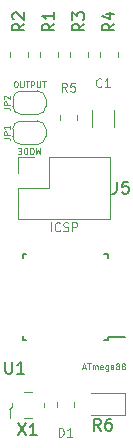
<source format=gto>
G04 #@! TF.GenerationSoftware,KiCad,Pcbnew,5.1.9+dfsg1-1*
G04 #@! TF.CreationDate,2021-03-03T15:22:06-06:00*
G04 #@! TF.ProjectId,Nano SwinSIDb,4e616e6f-2053-4776-996e-534944622e6b,rev?*
G04 #@! TF.SameCoordinates,Original*
G04 #@! TF.FileFunction,Legend,Top*
G04 #@! TF.FilePolarity,Positive*
%FSLAX46Y46*%
G04 Gerber Fmt 4.6, Leading zero omitted, Abs format (unit mm)*
G04 Created by KiCad (PCBNEW 5.1.9+dfsg1-1) date 2021-03-03 15:22:06*
%MOMM*%
%LPD*%
G01*
G04 APERTURE LIST*
%ADD10C,0.112500*%
%ADD11C,0.100000*%
%ADD12C,0.120000*%
%ADD13C,0.150000*%
%ADD14C,0.075000*%
G04 APERTURE END LIST*
D10*
X101762857Y-98764285D02*
X101762857Y-98014285D01*
X102548571Y-98692857D02*
X102512857Y-98728571D01*
X102405714Y-98764285D01*
X102334285Y-98764285D01*
X102227142Y-98728571D01*
X102155714Y-98657142D01*
X102120000Y-98585714D01*
X102084285Y-98442857D01*
X102084285Y-98335714D01*
X102120000Y-98192857D01*
X102155714Y-98121428D01*
X102227142Y-98050000D01*
X102334285Y-98014285D01*
X102405714Y-98014285D01*
X102512857Y-98050000D01*
X102548571Y-98085714D01*
X102834285Y-98728571D02*
X102941428Y-98764285D01*
X103120000Y-98764285D01*
X103191428Y-98728571D01*
X103227142Y-98692857D01*
X103262857Y-98621428D01*
X103262857Y-98550000D01*
X103227142Y-98478571D01*
X103191428Y-98442857D01*
X103120000Y-98407142D01*
X102977142Y-98371428D01*
X102905714Y-98335714D01*
X102870000Y-98300000D01*
X102834285Y-98228571D01*
X102834285Y-98157142D01*
X102870000Y-98085714D01*
X102905714Y-98050000D01*
X102977142Y-98014285D01*
X103155714Y-98014285D01*
X103262857Y-98050000D01*
X103584285Y-98764285D02*
X103584285Y-98014285D01*
X103870000Y-98014285D01*
X103941428Y-98050000D01*
X103977142Y-98085714D01*
X104012857Y-98157142D01*
X104012857Y-98264285D01*
X103977142Y-98335714D01*
X103941428Y-98371428D01*
X103870000Y-98407142D01*
X103584285Y-98407142D01*
D11*
X104472333Y-110319333D02*
X104710428Y-110319333D01*
X104424714Y-110462190D02*
X104591380Y-109962190D01*
X104758047Y-110462190D01*
X104853285Y-109962190D02*
X105139000Y-109962190D01*
X104996142Y-110462190D02*
X104996142Y-109962190D01*
X105305666Y-110462190D02*
X105305666Y-110128857D01*
X105305666Y-110176476D02*
X105329476Y-110152666D01*
X105377095Y-110128857D01*
X105448523Y-110128857D01*
X105496142Y-110152666D01*
X105519952Y-110200285D01*
X105519952Y-110462190D01*
X105519952Y-110200285D02*
X105543761Y-110152666D01*
X105591380Y-110128857D01*
X105662809Y-110128857D01*
X105710428Y-110152666D01*
X105734238Y-110200285D01*
X105734238Y-110462190D01*
X106162809Y-110438380D02*
X106115190Y-110462190D01*
X106019952Y-110462190D01*
X105972333Y-110438380D01*
X105948523Y-110390761D01*
X105948523Y-110200285D01*
X105972333Y-110152666D01*
X106019952Y-110128857D01*
X106115190Y-110128857D01*
X106162809Y-110152666D01*
X106186619Y-110200285D01*
X106186619Y-110247904D01*
X105948523Y-110295523D01*
X106615190Y-110128857D02*
X106615190Y-110533619D01*
X106591380Y-110581238D01*
X106567571Y-110605047D01*
X106519952Y-110628857D01*
X106448523Y-110628857D01*
X106400904Y-110605047D01*
X106615190Y-110438380D02*
X106567571Y-110462190D01*
X106472333Y-110462190D01*
X106424714Y-110438380D01*
X106400904Y-110414571D01*
X106377095Y-110366952D01*
X106377095Y-110224095D01*
X106400904Y-110176476D01*
X106424714Y-110152666D01*
X106472333Y-110128857D01*
X106567571Y-110128857D01*
X106615190Y-110152666D01*
X107067571Y-110462190D02*
X107067571Y-110200285D01*
X107043761Y-110152666D01*
X106996142Y-110128857D01*
X106900904Y-110128857D01*
X106853285Y-110152666D01*
X107067571Y-110438380D02*
X107019952Y-110462190D01*
X106900904Y-110462190D01*
X106853285Y-110438380D01*
X106829476Y-110390761D01*
X106829476Y-110343142D01*
X106853285Y-110295523D01*
X106900904Y-110271714D01*
X107019952Y-110271714D01*
X107067571Y-110247904D01*
X107377095Y-110176476D02*
X107329476Y-110152666D01*
X107305666Y-110128857D01*
X107281857Y-110081238D01*
X107281857Y-110057428D01*
X107305666Y-110009809D01*
X107329476Y-109986000D01*
X107377095Y-109962190D01*
X107472333Y-109962190D01*
X107519952Y-109986000D01*
X107543761Y-110009809D01*
X107567571Y-110057428D01*
X107567571Y-110081238D01*
X107543761Y-110128857D01*
X107519952Y-110152666D01*
X107472333Y-110176476D01*
X107377095Y-110176476D01*
X107329476Y-110200285D01*
X107305666Y-110224095D01*
X107281857Y-110271714D01*
X107281857Y-110366952D01*
X107305666Y-110414571D01*
X107329476Y-110438380D01*
X107377095Y-110462190D01*
X107472333Y-110462190D01*
X107519952Y-110438380D01*
X107543761Y-110414571D01*
X107567571Y-110366952D01*
X107567571Y-110271714D01*
X107543761Y-110224095D01*
X107519952Y-110200285D01*
X107472333Y-110176476D01*
X107853285Y-110176476D02*
X107805666Y-110152666D01*
X107781857Y-110128857D01*
X107758047Y-110081238D01*
X107758047Y-110057428D01*
X107781857Y-110009809D01*
X107805666Y-109986000D01*
X107853285Y-109962190D01*
X107948523Y-109962190D01*
X107996142Y-109986000D01*
X108019952Y-110009809D01*
X108043761Y-110057428D01*
X108043761Y-110081238D01*
X108019952Y-110128857D01*
X107996142Y-110152666D01*
X107948523Y-110176476D01*
X107853285Y-110176476D01*
X107805666Y-110200285D01*
X107781857Y-110224095D01*
X107758047Y-110271714D01*
X107758047Y-110366952D01*
X107781857Y-110414571D01*
X107805666Y-110438380D01*
X107853285Y-110462190D01*
X107948523Y-110462190D01*
X107996142Y-110438380D01*
X108019952Y-110414571D01*
X108043761Y-110366952D01*
X108043761Y-110271714D01*
X108019952Y-110224095D01*
X107996142Y-110200285D01*
X107948523Y-110176476D01*
X100853761Y-91721809D02*
X100853761Y-92221809D01*
X100687095Y-91864666D01*
X100520428Y-92221809D01*
X100520428Y-91721809D01*
X100187095Y-92221809D02*
X100091857Y-92221809D01*
X100044238Y-92198000D01*
X99996619Y-92150380D01*
X99972809Y-92055142D01*
X99972809Y-91888476D01*
X99996619Y-91793238D01*
X100044238Y-91745619D01*
X100091857Y-91721809D01*
X100187095Y-91721809D01*
X100234714Y-91745619D01*
X100282333Y-91793238D01*
X100306142Y-91888476D01*
X100306142Y-92055142D01*
X100282333Y-92150380D01*
X100234714Y-92198000D01*
X100187095Y-92221809D01*
X99758523Y-91721809D02*
X99758523Y-92221809D01*
X99639476Y-92221809D01*
X99568047Y-92198000D01*
X99520428Y-92150380D01*
X99496619Y-92102761D01*
X99472809Y-92007523D01*
X99472809Y-91936095D01*
X99496619Y-91840857D01*
X99520428Y-91793238D01*
X99568047Y-91745619D01*
X99639476Y-91721809D01*
X99758523Y-91721809D01*
X99258523Y-91983714D02*
X99091857Y-91983714D01*
X99020428Y-91721809D02*
X99258523Y-91721809D01*
X99258523Y-92221809D01*
X99020428Y-92221809D01*
X98746619Y-86086190D02*
X98841857Y-86086190D01*
X98889476Y-86110000D01*
X98937095Y-86157619D01*
X98960904Y-86252857D01*
X98960904Y-86419523D01*
X98937095Y-86514761D01*
X98889476Y-86562380D01*
X98841857Y-86586190D01*
X98746619Y-86586190D01*
X98699000Y-86562380D01*
X98651380Y-86514761D01*
X98627571Y-86419523D01*
X98627571Y-86252857D01*
X98651380Y-86157619D01*
X98699000Y-86110000D01*
X98746619Y-86086190D01*
X99175190Y-86086190D02*
X99175190Y-86490952D01*
X99199000Y-86538571D01*
X99222809Y-86562380D01*
X99270428Y-86586190D01*
X99365666Y-86586190D01*
X99413285Y-86562380D01*
X99437095Y-86538571D01*
X99460904Y-86490952D01*
X99460904Y-86086190D01*
X99627571Y-86086190D02*
X99913285Y-86086190D01*
X99770428Y-86586190D02*
X99770428Y-86086190D01*
X100079952Y-86586190D02*
X100079952Y-86086190D01*
X100270428Y-86086190D01*
X100318047Y-86110000D01*
X100341857Y-86133809D01*
X100365666Y-86181428D01*
X100365666Y-86252857D01*
X100341857Y-86300476D01*
X100318047Y-86324285D01*
X100270428Y-86348095D01*
X100079952Y-86348095D01*
X100579952Y-86086190D02*
X100579952Y-86490952D01*
X100603761Y-86538571D01*
X100627571Y-86562380D01*
X100675190Y-86586190D01*
X100770428Y-86586190D01*
X100818047Y-86562380D01*
X100841857Y-86538571D01*
X100865666Y-86490952D01*
X100865666Y-86086190D01*
X101032333Y-86086190D02*
X101318047Y-86086190D01*
X101175190Y-86586190D02*
X101175190Y-86086190D01*
D12*
X98298000Y-113881000D02*
X98298000Y-114571000D01*
X100178000Y-114611000D02*
X99538000Y-114611000D01*
X100178000Y-112391000D02*
X99538000Y-112391000D01*
X98498000Y-113661000D02*
X98498000Y-113331000D01*
X101218000Y-113671000D02*
X101218000Y-113331000D01*
X98298000Y-113881000D02*
G75*
G02*
X98498000Y-113661000I320000J-90000D01*
G01*
D13*
X106622000Y-107726000D02*
X108047000Y-107726000D01*
X99372000Y-107951000D02*
X99697000Y-107951000D01*
X99372000Y-100701000D02*
X99697000Y-100701000D01*
X106622000Y-100701000D02*
X106297000Y-100701000D01*
X106622000Y-107951000D02*
X106297000Y-107951000D01*
X106622000Y-100701000D02*
X106622000Y-101026000D01*
X99372000Y-100701000D02*
X99372000Y-101026000D01*
X99372000Y-107951000D02*
X99372000Y-107626000D01*
X106622000Y-107951000D02*
X106622000Y-107726000D01*
D12*
X102262000Y-113654064D02*
X102262000Y-113199936D01*
X103732000Y-113654064D02*
X103732000Y-113199936D01*
X98549000Y-88184000D02*
X98549000Y-87584000D01*
X100649000Y-88884000D02*
X99249000Y-88884000D01*
X101349000Y-87584000D02*
X101349000Y-88184000D01*
X99249000Y-86884000D02*
X100649000Y-86884000D01*
X100649000Y-86884000D02*
G75*
G02*
X101349000Y-87584000I0J-700000D01*
G01*
X101349000Y-88184000D02*
G75*
G02*
X100649000Y-88884000I-700000J0D01*
G01*
X99249000Y-88884000D02*
G75*
G02*
X98549000Y-88184000I0J700000D01*
G01*
X98549000Y-87584000D02*
G75*
G02*
X99249000Y-86884000I700000J0D01*
G01*
X99000000Y-93853000D02*
X99000000Y-92523000D01*
X99000000Y-92523000D02*
X100330000Y-92523000D01*
X99000000Y-95123000D02*
X101600000Y-95123000D01*
X101600000Y-95123000D02*
X101600000Y-92523000D01*
X101600000Y-92523000D02*
X106740000Y-92523000D01*
X106740000Y-97723000D02*
X106740000Y-92523000D01*
X99000000Y-97723000D02*
X106740000Y-97723000D01*
X99000000Y-97723000D02*
X99000000Y-95123000D01*
X102516000Y-89365064D02*
X102516000Y-88910936D01*
X103986000Y-89365064D02*
X103986000Y-88910936D01*
X107415000Y-83592936D02*
X107415000Y-84047064D01*
X105945000Y-83592936D02*
X105945000Y-84047064D01*
X104875000Y-84047064D02*
X104875000Y-83592936D01*
X103405000Y-84047064D02*
X103405000Y-83592936D01*
X99795000Y-83576936D02*
X99795000Y-84031064D01*
X98325000Y-83576936D02*
X98325000Y-84031064D01*
X99234000Y-89424000D02*
X100634000Y-89424000D01*
X101334000Y-90124000D02*
X101334000Y-90724000D01*
X100634000Y-91424000D02*
X99234000Y-91424000D01*
X98534000Y-90724000D02*
X98534000Y-90124000D01*
X98534000Y-90124000D02*
G75*
G02*
X99234000Y-89424000I700000J0D01*
G01*
X99234000Y-91424000D02*
G75*
G02*
X98534000Y-90724000I0J700000D01*
G01*
X101334000Y-90724000D02*
G75*
G02*
X100634000Y-91424000I-700000J0D01*
G01*
X100634000Y-89424000D02*
G75*
G02*
X101334000Y-90124000I0J-700000D01*
G01*
X108023000Y-112451000D02*
X105163000Y-112451000D01*
X108023000Y-114371000D02*
X108023000Y-112451000D01*
X105163000Y-114371000D02*
X108023000Y-114371000D01*
X105262000Y-88481248D02*
X105262000Y-89903752D01*
X107082000Y-88481248D02*
X107082000Y-89903752D01*
X102335000Y-84047064D02*
X102335000Y-83592936D01*
X100865000Y-84047064D02*
X100865000Y-83592936D01*
D13*
X99012476Y-115022380D02*
X99679142Y-116022380D01*
X99679142Y-115022380D02*
X99012476Y-116022380D01*
X100583904Y-116022380D02*
X100012476Y-116022380D01*
X100298190Y-116022380D02*
X100298190Y-115022380D01*
X100202952Y-115165238D01*
X100107714Y-115260476D01*
X100012476Y-115308095D01*
X97917095Y-109815380D02*
X97917095Y-110624904D01*
X97964714Y-110720142D01*
X98012333Y-110767761D01*
X98107571Y-110815380D01*
X98298047Y-110815380D01*
X98393285Y-110767761D01*
X98440904Y-110720142D01*
X98488523Y-110624904D01*
X98488523Y-109815380D01*
X99488523Y-110815380D02*
X98917095Y-110815380D01*
X99202809Y-110815380D02*
X99202809Y-109815380D01*
X99107571Y-109958238D01*
X99012333Y-110053476D01*
X98917095Y-110101095D01*
D10*
X102443428Y-116163285D02*
X102443428Y-115413285D01*
X102622000Y-115413285D01*
X102729142Y-115449000D01*
X102800571Y-115520428D01*
X102836285Y-115591857D01*
X102872000Y-115734714D01*
X102872000Y-115841857D01*
X102836285Y-115984714D01*
X102800571Y-116056142D01*
X102729142Y-116127571D01*
X102622000Y-116163285D01*
X102443428Y-116163285D01*
X103586285Y-116163285D02*
X103157714Y-116163285D01*
X103372000Y-116163285D02*
X103372000Y-115413285D01*
X103300571Y-115520428D01*
X103229142Y-115591857D01*
X103157714Y-115627571D01*
D14*
X97770190Y-88300666D02*
X98127333Y-88300666D01*
X98198761Y-88324476D01*
X98246380Y-88372095D01*
X98270190Y-88443523D01*
X98270190Y-88491142D01*
X98270190Y-88062571D02*
X97770190Y-88062571D01*
X97770190Y-87872095D01*
X97794000Y-87824476D01*
X97817809Y-87800666D01*
X97865428Y-87776857D01*
X97936857Y-87776857D01*
X97984476Y-87800666D01*
X98008285Y-87824476D01*
X98032095Y-87872095D01*
X98032095Y-88062571D01*
X97817809Y-87586380D02*
X97794000Y-87562571D01*
X97770190Y-87514952D01*
X97770190Y-87395904D01*
X97794000Y-87348285D01*
X97817809Y-87324476D01*
X97865428Y-87300666D01*
X97913047Y-87300666D01*
X97984476Y-87324476D01*
X98270190Y-87610190D01*
X98270190Y-87300666D01*
D13*
X107362666Y-94575380D02*
X107362666Y-95289666D01*
X107315047Y-95432523D01*
X107219809Y-95527761D01*
X107076952Y-95575380D01*
X106981714Y-95575380D01*
X108315047Y-94575380D02*
X107838857Y-94575380D01*
X107791238Y-95051571D01*
X107838857Y-95003952D01*
X107934095Y-94956333D01*
X108172190Y-94956333D01*
X108267428Y-95003952D01*
X108315047Y-95051571D01*
X108362666Y-95146809D01*
X108362666Y-95384904D01*
X108315047Y-95480142D01*
X108267428Y-95527761D01*
X108172190Y-95575380D01*
X107934095Y-95575380D01*
X107838857Y-95527761D01*
X107791238Y-95480142D01*
D10*
X103126000Y-86953285D02*
X102876000Y-86596142D01*
X102697428Y-86953285D02*
X102697428Y-86203285D01*
X102983142Y-86203285D01*
X103054571Y-86239000D01*
X103090285Y-86274714D01*
X103126000Y-86346142D01*
X103126000Y-86453285D01*
X103090285Y-86524714D01*
X103054571Y-86560428D01*
X102983142Y-86596142D01*
X102697428Y-86596142D01*
X103804571Y-86203285D02*
X103447428Y-86203285D01*
X103411714Y-86560428D01*
X103447428Y-86524714D01*
X103518857Y-86489000D01*
X103697428Y-86489000D01*
X103768857Y-86524714D01*
X103804571Y-86560428D01*
X103840285Y-86631857D01*
X103840285Y-86810428D01*
X103804571Y-86881857D01*
X103768857Y-86917571D01*
X103697428Y-86953285D01*
X103518857Y-86953285D01*
X103447428Y-86917571D01*
X103411714Y-86881857D01*
D13*
X107132380Y-81192666D02*
X106656190Y-81526000D01*
X107132380Y-81764095D02*
X106132380Y-81764095D01*
X106132380Y-81383142D01*
X106180000Y-81287904D01*
X106227619Y-81240285D01*
X106322857Y-81192666D01*
X106465714Y-81192666D01*
X106560952Y-81240285D01*
X106608571Y-81287904D01*
X106656190Y-81383142D01*
X106656190Y-81764095D01*
X106465714Y-80335523D02*
X107132380Y-80335523D01*
X106084761Y-80573619D02*
X106799047Y-80811714D01*
X106799047Y-80192666D01*
X104592380Y-81192666D02*
X104116190Y-81526000D01*
X104592380Y-81764095D02*
X103592380Y-81764095D01*
X103592380Y-81383142D01*
X103640000Y-81287904D01*
X103687619Y-81240285D01*
X103782857Y-81192666D01*
X103925714Y-81192666D01*
X104020952Y-81240285D01*
X104068571Y-81287904D01*
X104116190Y-81383142D01*
X104116190Y-81764095D01*
X103592380Y-80859333D02*
X103592380Y-80240285D01*
X103973333Y-80573619D01*
X103973333Y-80430761D01*
X104020952Y-80335523D01*
X104068571Y-80287904D01*
X104163809Y-80240285D01*
X104401904Y-80240285D01*
X104497142Y-80287904D01*
X104544761Y-80335523D01*
X104592380Y-80430761D01*
X104592380Y-80716476D01*
X104544761Y-80811714D01*
X104497142Y-80859333D01*
X99512380Y-81192666D02*
X99036190Y-81526000D01*
X99512380Y-81764095D02*
X98512380Y-81764095D01*
X98512380Y-81383142D01*
X98560000Y-81287904D01*
X98607619Y-81240285D01*
X98702857Y-81192666D01*
X98845714Y-81192666D01*
X98940952Y-81240285D01*
X98988571Y-81287904D01*
X99036190Y-81383142D01*
X99036190Y-81764095D01*
X98607619Y-80811714D02*
X98560000Y-80764095D01*
X98512380Y-80668857D01*
X98512380Y-80430761D01*
X98560000Y-80335523D01*
X98607619Y-80287904D01*
X98702857Y-80240285D01*
X98798095Y-80240285D01*
X98940952Y-80287904D01*
X99512380Y-80859333D01*
X99512380Y-80240285D01*
D14*
X97770190Y-90840666D02*
X98127333Y-90840666D01*
X98198761Y-90864476D01*
X98246380Y-90912095D01*
X98270190Y-90983523D01*
X98270190Y-91031142D01*
X98270190Y-90602571D02*
X97770190Y-90602571D01*
X97770190Y-90412095D01*
X97794000Y-90364476D01*
X97817809Y-90340666D01*
X97865428Y-90316857D01*
X97936857Y-90316857D01*
X97984476Y-90340666D01*
X98008285Y-90364476D01*
X98032095Y-90412095D01*
X98032095Y-90602571D01*
X98270190Y-89840666D02*
X98270190Y-90126380D01*
X98270190Y-89983523D02*
X97770190Y-89983523D01*
X97841619Y-90031142D01*
X97889238Y-90078761D01*
X97913047Y-90126380D01*
D13*
X105996333Y-115641380D02*
X105663000Y-115165190D01*
X105424904Y-115641380D02*
X105424904Y-114641380D01*
X105805857Y-114641380D01*
X105901095Y-114689000D01*
X105948714Y-114736619D01*
X105996333Y-114831857D01*
X105996333Y-114974714D01*
X105948714Y-115069952D01*
X105901095Y-115117571D01*
X105805857Y-115165190D01*
X105424904Y-115165190D01*
X106853476Y-114641380D02*
X106663000Y-114641380D01*
X106567761Y-114689000D01*
X106520142Y-114736619D01*
X106424904Y-114879476D01*
X106377285Y-115069952D01*
X106377285Y-115450904D01*
X106424904Y-115546142D01*
X106472523Y-115593761D01*
X106567761Y-115641380D01*
X106758238Y-115641380D01*
X106853476Y-115593761D01*
X106901095Y-115546142D01*
X106948714Y-115450904D01*
X106948714Y-115212809D01*
X106901095Y-115117571D01*
X106853476Y-115069952D01*
X106758238Y-115022333D01*
X106567761Y-115022333D01*
X106472523Y-115069952D01*
X106424904Y-115117571D01*
X106377285Y-115212809D01*
D10*
X106047000Y-86500857D02*
X106011285Y-86536571D01*
X105904142Y-86572285D01*
X105832714Y-86572285D01*
X105725571Y-86536571D01*
X105654142Y-86465142D01*
X105618428Y-86393714D01*
X105582714Y-86250857D01*
X105582714Y-86143714D01*
X105618428Y-86000857D01*
X105654142Y-85929428D01*
X105725571Y-85858000D01*
X105832714Y-85822285D01*
X105904142Y-85822285D01*
X106011285Y-85858000D01*
X106047000Y-85893714D01*
X106761285Y-86572285D02*
X106332714Y-86572285D01*
X106547000Y-86572285D02*
X106547000Y-85822285D01*
X106475571Y-85929428D01*
X106404142Y-86000857D01*
X106332714Y-86036571D01*
D13*
X102052380Y-81192666D02*
X101576190Y-81526000D01*
X102052380Y-81764095D02*
X101052380Y-81764095D01*
X101052380Y-81383142D01*
X101100000Y-81287904D01*
X101147619Y-81240285D01*
X101242857Y-81192666D01*
X101385714Y-81192666D01*
X101480952Y-81240285D01*
X101528571Y-81287904D01*
X101576190Y-81383142D01*
X101576190Y-81764095D01*
X102052380Y-80240285D02*
X102052380Y-80811714D01*
X102052380Y-80526000D02*
X101052380Y-80526000D01*
X101195238Y-80621238D01*
X101290476Y-80716476D01*
X101338095Y-80811714D01*
M02*

</source>
